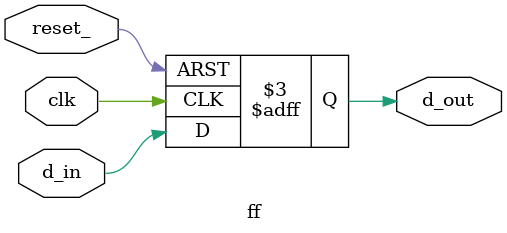
<source format=v>
module bin_decoder(
    input wire [1:0] in,
    output reg [3:0] out
);

    always @(*) begin
        case (in)
                2'b00 : out = 4'b0001;
                2'b01 : out = 4'b0010;
                2'b10 : out = 4'b0100;
              //default: out = 4'bxxxx;
        endcase
    end
endmodule

// always @(<edge> <signal> [or...]) begin
// end

module ff (
    input wire clk,
    input wire reset_,
    input wire d_in,
    output reg d_out
    );
    
    
    always @(posedge clk or negedge reset_) begin
        if (reset_ == 1'b0) begin
            d_out <= 1'b0;
        end else begin
            d_out <= d_in;
        end
    end
endmodule



</source>
